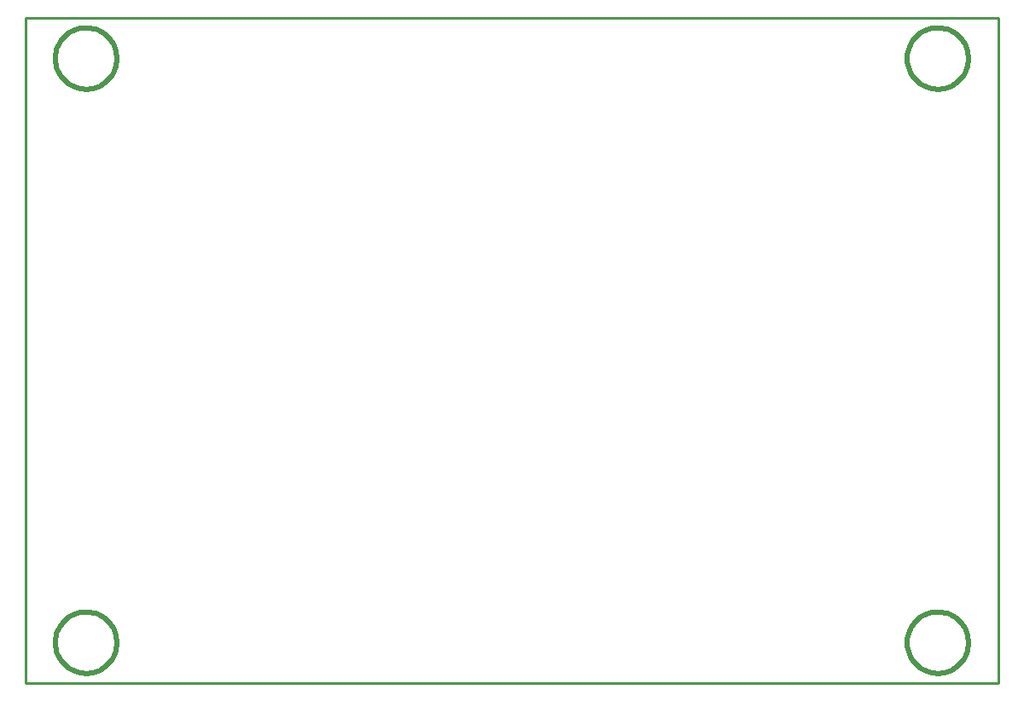
<source format=gko>
G04*
G04 #@! TF.GenerationSoftware,Altium Limited,Altium Designer,20.2.6 (244)*
G04*
G04 Layer_Color=16711935*
%FSLAX25Y25*%
%MOIN*%
G70*
G04*
G04 #@! TF.SameCoordinates,CD3EE1CD-C2C2-42AE-8C08-74B820A2CE99*
G04*
G04*
G04 #@! TF.FilePolarity,Positive*
G04*
G01*
G75*
%ADD10C,0.02000*%
%ADD13C,0.01000*%
D10*
X368299Y244094D02*
X368257Y245099D01*
X368131Y246096D01*
X367922Y247079D01*
X367632Y248041D01*
X367262Y248975D01*
X366815Y249875D01*
X366294Y250735D01*
X365704Y251548D01*
X365047Y252309D01*
X364329Y253012D01*
X363554Y253653D01*
X362729Y254226D01*
X361859Y254729D01*
X360949Y255157D01*
X360007Y255507D01*
X359039Y255777D01*
X358052Y255966D01*
X357053Y256071D01*
X356048Y256092D01*
X355045Y256029D01*
X354051Y255882D01*
X353072Y255652D01*
X352116Y255342D01*
X351190Y254952D01*
X350299Y254487D01*
X349451Y253948D01*
X348650Y253341D01*
X347903Y252668D01*
X347215Y251936D01*
X346591Y251148D01*
X346035Y250311D01*
X345551Y249430D01*
X345142Y248512D01*
X344811Y247563D01*
X344561Y246589D01*
X344394Y245599D01*
X344310Y244597D01*
Y243592D01*
X344394Y242590D01*
X344561Y241599D01*
X344811Y240626D01*
X345142Y239677D01*
X345551Y238759D01*
X346035Y237878D01*
X346591Y237041D01*
X347215Y236253D01*
X347903Y235521D01*
X348650Y234848D01*
X349451Y234241D01*
X350299Y233702D01*
X351190Y233237D01*
X352116Y232847D01*
X353072Y232537D01*
X354051Y232307D01*
X355045Y232160D01*
X356048Y232097D01*
X357053Y232118D01*
X358052Y232223D01*
X359039Y232412D01*
X360007Y232682D01*
X360949Y233032D01*
X361859Y233460D01*
X362729Y233963D01*
X363554Y234536D01*
X364329Y235177D01*
X365047Y235880D01*
X365704Y236641D01*
X366294Y237454D01*
X366815Y238313D01*
X367262Y239214D01*
X367632Y240148D01*
X367922Y241110D01*
X368131Y242093D01*
X368257Y243090D01*
X368299Y244094D01*
X35622Y15748D02*
X35580Y16752D01*
X35454Y17749D01*
X35245Y18732D01*
X34955Y19694D01*
X34585Y20629D01*
X34138Y21529D01*
X33617Y22389D01*
X33026Y23202D01*
X32370Y23963D01*
X31652Y24666D01*
X30877Y25306D01*
X30052Y25880D01*
X29182Y26382D01*
X28272Y26810D01*
X27330Y27161D01*
X26362Y27431D01*
X25375Y27619D01*
X24375Y27724D01*
X23371Y27745D01*
X22368Y27682D01*
X21373Y27536D01*
X20395Y27306D01*
X19439Y26995D01*
X18513Y26606D01*
X17622Y26140D01*
X16773Y25602D01*
X15973Y24994D01*
X15226Y24322D01*
X14538Y23589D01*
X13914Y22801D01*
X13358Y21964D01*
X12874Y21084D01*
X12465Y20166D01*
X12134Y19216D01*
X11884Y18243D01*
X11717Y17252D01*
X11633Y16251D01*
Y15246D01*
X11717Y14244D01*
X11884Y13253D01*
X12134Y12280D01*
X12465Y11331D01*
X12874Y10412D01*
X13358Y9532D01*
X13914Y8695D01*
X14538Y7907D01*
X15226Y7174D01*
X15973Y6502D01*
X16773Y5894D01*
X17622Y5356D01*
X18513Y4890D01*
X19439Y4501D01*
X20395Y4190D01*
X21373Y3961D01*
X22368Y3814D01*
X23371Y3751D01*
X24376Y3772D01*
X25375Y3877D01*
X26362Y4065D01*
X27330Y4335D01*
X28272Y4686D01*
X29182Y5114D01*
X30052Y5616D01*
X30877Y6190D01*
X31652Y6830D01*
X32370Y7534D01*
X33026Y8294D01*
X33617Y9107D01*
X34138Y9967D01*
X34585Y10867D01*
X34955Y11802D01*
X35245Y12764D01*
X35454Y13747D01*
X35580Y14744D01*
X35622Y15748D01*
X368299Y15748D02*
X368257Y16752D01*
X368131Y17749D01*
X367922Y18732D01*
X367632Y19694D01*
X367262Y20629D01*
X366815Y21529D01*
X366294Y22389D01*
X365704Y23202D01*
X365047Y23963D01*
X364329Y24666D01*
X363554Y25306D01*
X362729Y25880D01*
X361859Y26382D01*
X360949Y26810D01*
X360007Y27161D01*
X359039Y27431D01*
X358052Y27619D01*
X357053Y27724D01*
X356048Y27745D01*
X355045Y27682D01*
X354051Y27536D01*
X353072Y27306D01*
X352116Y26995D01*
X351190Y26606D01*
X350299Y26140D01*
X349451Y25602D01*
X348650Y24994D01*
X347903Y24322D01*
X347215Y23589D01*
X346591Y22801D01*
X346035Y21964D01*
X345551Y21084D01*
X345142Y20166D01*
X344811Y19216D01*
X344561Y18243D01*
X344394Y17252D01*
X344310Y16251D01*
Y15246D01*
X344394Y14244D01*
X344561Y13253D01*
X344811Y12280D01*
X345142Y11331D01*
X345551Y10412D01*
X346035Y9532D01*
X346591Y8695D01*
X347215Y7907D01*
X347903Y7174D01*
X348650Y6502D01*
X349451Y5894D01*
X350299Y5356D01*
X351190Y4890D01*
X352116Y4501D01*
X353072Y4190D01*
X354051Y3961D01*
X355045Y3814D01*
X356048Y3751D01*
X357053Y3772D01*
X358052Y3877D01*
X359039Y4065D01*
X360007Y4335D01*
X360949Y4686D01*
X361859Y5114D01*
X362729Y5616D01*
X363554Y6190D01*
X364329Y6830D01*
X365047Y7534D01*
X365704Y8294D01*
X366294Y9107D01*
X366815Y9967D01*
X367262Y10867D01*
X367632Y11802D01*
X367922Y12764D01*
X368131Y13747D01*
X368257Y14744D01*
X368299Y15748D01*
X35622Y244094D02*
X35580Y245099D01*
X35454Y246096D01*
X35245Y247079D01*
X34955Y248041D01*
X34585Y248975D01*
X34138Y249875D01*
X33617Y250735D01*
X33026Y251548D01*
X32370Y252309D01*
X31652Y253012D01*
X30877Y253653D01*
X30052Y254226D01*
X29182Y254729D01*
X28272Y255157D01*
X27330Y255507D01*
X26362Y255777D01*
X25375Y255966D01*
X24375Y256071D01*
X23371Y256092D01*
X22368Y256029D01*
X21373Y255882D01*
X20395Y255652D01*
X19439Y255342D01*
X18513Y254952D01*
X17622Y254487D01*
X16773Y253948D01*
X15973Y253341D01*
X15226Y252668D01*
X14538Y251936D01*
X13914Y251148D01*
X13358Y250311D01*
X12874Y249430D01*
X12465Y248512D01*
X12134Y247563D01*
X11884Y246589D01*
X11717Y245599D01*
X11633Y244597D01*
Y243592D01*
X11717Y242590D01*
X11884Y241599D01*
X12134Y240626D01*
X12465Y239677D01*
X12874Y238759D01*
X13358Y237878D01*
X13914Y237041D01*
X14538Y236253D01*
X15226Y235521D01*
X15973Y234848D01*
X16773Y234241D01*
X17622Y233702D01*
X18513Y233237D01*
X19439Y232847D01*
X20395Y232537D01*
X21373Y232307D01*
X22368Y232160D01*
X23371Y232097D01*
X24376Y232118D01*
X25375Y232223D01*
X26362Y232412D01*
X27330Y232682D01*
X28272Y233032D01*
X29182Y233460D01*
X30052Y233963D01*
X30877Y234536D01*
X31652Y235177D01*
X32370Y235880D01*
X33026Y236641D01*
X33617Y237454D01*
X34138Y238313D01*
X34585Y239214D01*
X34955Y240148D01*
X35245Y241110D01*
X35454Y242093D01*
X35580Y243090D01*
X35622Y244094D01*
D13*
X0Y0D02*
Y260010D01*
Y0D02*
X380075D01*
X380077Y2D01*
Y260042D01*
X380090Y260055D01*
X0D02*
X380090D01*
M02*

</source>
